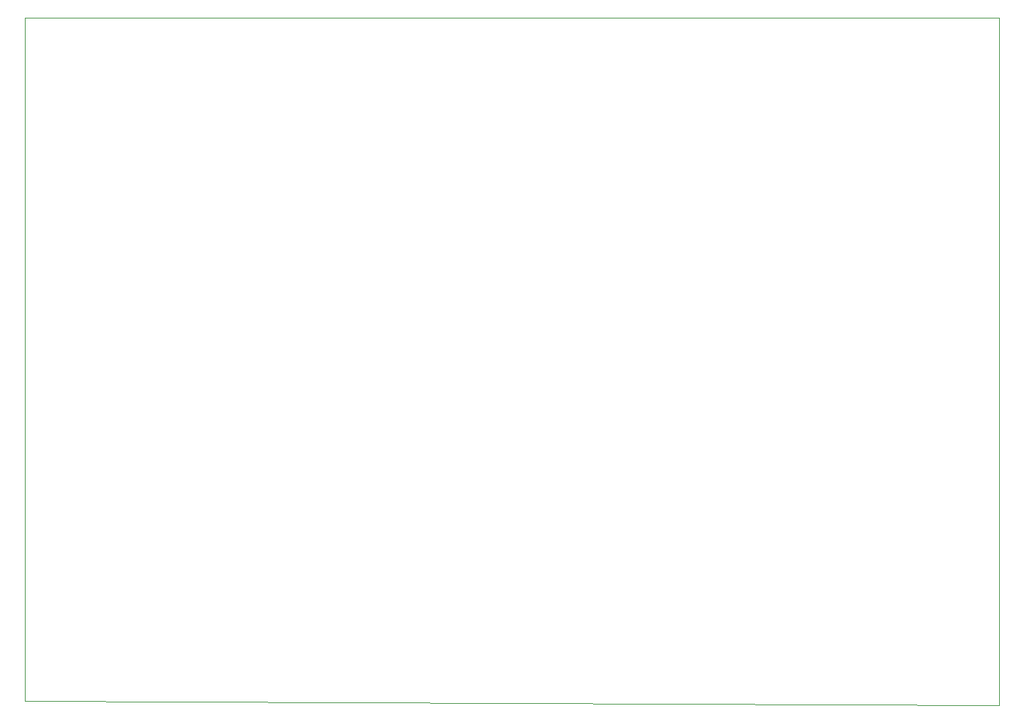
<source format=gm1>
G04 #@! TF.GenerationSoftware,KiCad,Pcbnew,7.0.1*
G04 #@! TF.CreationDate,2023-05-14T23:30:35+02:00*
G04 #@! TF.ProjectId,K_relay,4b5f7265-6c61-4792-9e6b-696361645f70,rev?*
G04 #@! TF.SameCoordinates,Original*
G04 #@! TF.FileFunction,Profile,NP*
%FSLAX46Y46*%
G04 Gerber Fmt 4.6, Leading zero omitted, Abs format (unit mm)*
G04 Created by KiCad (PCBNEW 7.0.1) date 2023-05-14 23:30:35*
%MOMM*%
%LPD*%
G01*
G04 APERTURE LIST*
G04 #@! TA.AperFunction,Profile*
%ADD10C,0.100000*%
G04 #@! TD*
G04 APERTURE END LIST*
D10*
X268000000Y-124500000D02*
X152000000Y-124000000D01*
X268000000Y-42500000D02*
X268000000Y-124500000D01*
X152000000Y-42500000D02*
X152000000Y-124000000D01*
X152000000Y-42500000D02*
X268000000Y-42500000D01*
M02*

</source>
